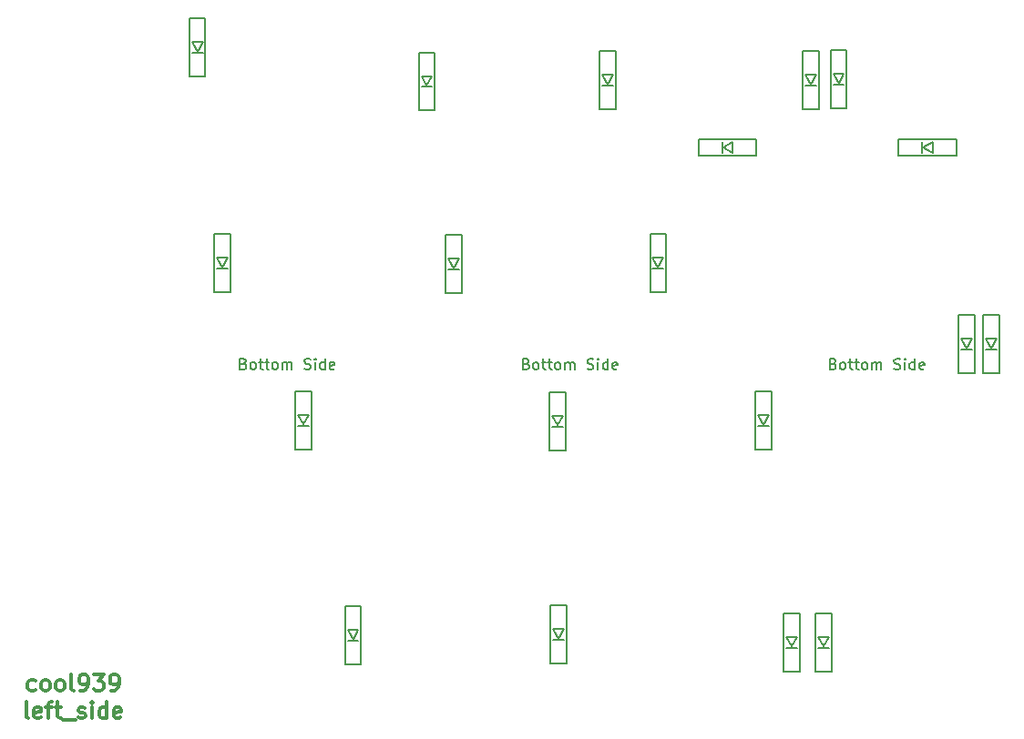
<source format=gbr>
G04 #@! TF.GenerationSoftware,KiCad,Pcbnew,(5.1.6-0-10_14)*
G04 #@! TF.CreationDate,2022-05-03T20:52:28+09:00*
G04 #@! TF.ProjectId,cool939,636f6f6c-3933-4392-9e6b-696361645f70,rev?*
G04 #@! TF.SameCoordinates,Original*
G04 #@! TF.FileFunction,Legend,Top*
G04 #@! TF.FilePolarity,Positive*
%FSLAX46Y46*%
G04 Gerber Fmt 4.6, Leading zero omitted, Abs format (unit mm)*
G04 Created by KiCad (PCBNEW (5.1.6-0-10_14)) date 2022-05-03 20:52:28*
%MOMM*%
%LPD*%
G01*
G04 APERTURE LIST*
%ADD10C,0.300000*%
%ADD11C,0.150000*%
G04 APERTURE END LIST*
D10*
X21814285Y-61122142D02*
X21671428Y-61193571D01*
X21385714Y-61193571D01*
X21242857Y-61122142D01*
X21171428Y-61050714D01*
X21100000Y-60907857D01*
X21100000Y-60479285D01*
X21171428Y-60336428D01*
X21242857Y-60265000D01*
X21385714Y-60193571D01*
X21671428Y-60193571D01*
X21814285Y-60265000D01*
X22671428Y-61193571D02*
X22528571Y-61122142D01*
X22457142Y-61050714D01*
X22385714Y-60907857D01*
X22385714Y-60479285D01*
X22457142Y-60336428D01*
X22528571Y-60265000D01*
X22671428Y-60193571D01*
X22885714Y-60193571D01*
X23028571Y-60265000D01*
X23100000Y-60336428D01*
X23171428Y-60479285D01*
X23171428Y-60907857D01*
X23100000Y-61050714D01*
X23028571Y-61122142D01*
X22885714Y-61193571D01*
X22671428Y-61193571D01*
X24028571Y-61193571D02*
X23885714Y-61122142D01*
X23814285Y-61050714D01*
X23742857Y-60907857D01*
X23742857Y-60479285D01*
X23814285Y-60336428D01*
X23885714Y-60265000D01*
X24028571Y-60193571D01*
X24242857Y-60193571D01*
X24385714Y-60265000D01*
X24457142Y-60336428D01*
X24528571Y-60479285D01*
X24528571Y-60907857D01*
X24457142Y-61050714D01*
X24385714Y-61122142D01*
X24242857Y-61193571D01*
X24028571Y-61193571D01*
X25385714Y-61193571D02*
X25242857Y-61122142D01*
X25171428Y-60979285D01*
X25171428Y-59693571D01*
X26028571Y-61193571D02*
X26314285Y-61193571D01*
X26457142Y-61122142D01*
X26528571Y-61050714D01*
X26671428Y-60836428D01*
X26742857Y-60550714D01*
X26742857Y-59979285D01*
X26671428Y-59836428D01*
X26600000Y-59765000D01*
X26457142Y-59693571D01*
X26171428Y-59693571D01*
X26028571Y-59765000D01*
X25957142Y-59836428D01*
X25885714Y-59979285D01*
X25885714Y-60336428D01*
X25957142Y-60479285D01*
X26028571Y-60550714D01*
X26171428Y-60622142D01*
X26457142Y-60622142D01*
X26600000Y-60550714D01*
X26671428Y-60479285D01*
X26742857Y-60336428D01*
X27242857Y-59693571D02*
X28171428Y-59693571D01*
X27671428Y-60265000D01*
X27885714Y-60265000D01*
X28028571Y-60336428D01*
X28100000Y-60407857D01*
X28171428Y-60550714D01*
X28171428Y-60907857D01*
X28100000Y-61050714D01*
X28028571Y-61122142D01*
X27885714Y-61193571D01*
X27457142Y-61193571D01*
X27314285Y-61122142D01*
X27242857Y-61050714D01*
X28885714Y-61193571D02*
X29171428Y-61193571D01*
X29314285Y-61122142D01*
X29385714Y-61050714D01*
X29528571Y-60836428D01*
X29600000Y-60550714D01*
X29600000Y-59979285D01*
X29528571Y-59836428D01*
X29457142Y-59765000D01*
X29314285Y-59693571D01*
X29028571Y-59693571D01*
X28885714Y-59765000D01*
X28814285Y-59836428D01*
X28742857Y-59979285D01*
X28742857Y-60336428D01*
X28814285Y-60479285D01*
X28885714Y-60550714D01*
X29028571Y-60622142D01*
X29314285Y-60622142D01*
X29457142Y-60550714D01*
X29528571Y-60479285D01*
X29600000Y-60336428D01*
X21171428Y-63743571D02*
X21028571Y-63672142D01*
X20957142Y-63529285D01*
X20957142Y-62243571D01*
X22314285Y-63672142D02*
X22171428Y-63743571D01*
X21885714Y-63743571D01*
X21742857Y-63672142D01*
X21671428Y-63529285D01*
X21671428Y-62957857D01*
X21742857Y-62815000D01*
X21885714Y-62743571D01*
X22171428Y-62743571D01*
X22314285Y-62815000D01*
X22385714Y-62957857D01*
X22385714Y-63100714D01*
X21671428Y-63243571D01*
X22814285Y-62743571D02*
X23385714Y-62743571D01*
X23028571Y-63743571D02*
X23028571Y-62457857D01*
X23100000Y-62315000D01*
X23242857Y-62243571D01*
X23385714Y-62243571D01*
X23671428Y-62743571D02*
X24242857Y-62743571D01*
X23885714Y-62243571D02*
X23885714Y-63529285D01*
X23957142Y-63672142D01*
X24100000Y-63743571D01*
X24242857Y-63743571D01*
X24385714Y-63886428D02*
X25528571Y-63886428D01*
X25814285Y-63672142D02*
X25957142Y-63743571D01*
X26242857Y-63743571D01*
X26385714Y-63672142D01*
X26457142Y-63529285D01*
X26457142Y-63457857D01*
X26385714Y-63315000D01*
X26242857Y-63243571D01*
X26028571Y-63243571D01*
X25885714Y-63172142D01*
X25814285Y-63029285D01*
X25814285Y-62957857D01*
X25885714Y-62815000D01*
X26028571Y-62743571D01*
X26242857Y-62743571D01*
X26385714Y-62815000D01*
X27100000Y-63743571D02*
X27100000Y-62743571D01*
X27100000Y-62243571D02*
X27028571Y-62315000D01*
X27100000Y-62386428D01*
X27171428Y-62315000D01*
X27100000Y-62243571D01*
X27100000Y-62386428D01*
X28457142Y-63743571D02*
X28457142Y-62243571D01*
X28457142Y-63672142D02*
X28314285Y-63743571D01*
X28028571Y-63743571D01*
X27885714Y-63672142D01*
X27814285Y-63600714D01*
X27742857Y-63457857D01*
X27742857Y-63029285D01*
X27814285Y-62886428D01*
X27885714Y-62815000D01*
X28028571Y-62743571D01*
X28314285Y-62743571D01*
X28457142Y-62815000D01*
X29742857Y-63672142D02*
X29600000Y-63743571D01*
X29314285Y-63743571D01*
X29171428Y-63672142D01*
X29100000Y-63529285D01*
X29100000Y-62957857D01*
X29171428Y-62815000D01*
X29314285Y-62743571D01*
X29600000Y-62743571D01*
X29742857Y-62815000D01*
X29814285Y-62957857D01*
X29814285Y-63100714D01*
X29100000Y-63243571D01*
D11*
X80450000Y-18720000D02*
X78950000Y-18720000D01*
X80450000Y-24120000D02*
X80450000Y-18720000D01*
X78950000Y-24120000D02*
X80450000Y-24120000D01*
X78950000Y-18720000D02*
X78950000Y-24120000D01*
X79200000Y-21920000D02*
X80200000Y-21920000D01*
X80200000Y-20920000D02*
X79700000Y-21820000D01*
X79200000Y-20920000D02*
X80200000Y-20920000D01*
X79700000Y-21820000D02*
X79200000Y-20920000D01*
X39970000Y-18690000D02*
X38470000Y-18690000D01*
X39970000Y-24090000D02*
X39970000Y-18690000D01*
X38470000Y-24090000D02*
X39970000Y-24090000D01*
X38470000Y-18690000D02*
X38470000Y-24090000D01*
X38720000Y-21890000D02*
X39720000Y-21890000D01*
X39720000Y-20890000D02*
X39220000Y-21790000D01*
X38720000Y-20890000D02*
X39720000Y-20890000D01*
X39220000Y-21790000D02*
X38720000Y-20890000D01*
X47480000Y-33310000D02*
X45980000Y-33310000D01*
X47480000Y-38710000D02*
X47480000Y-33310000D01*
X45980000Y-38710000D02*
X47480000Y-38710000D01*
X45980000Y-33310000D02*
X45980000Y-38710000D01*
X46230000Y-36510000D02*
X47230000Y-36510000D01*
X47230000Y-35510000D02*
X46730000Y-36410000D01*
X46230000Y-35510000D02*
X47230000Y-35510000D01*
X46730000Y-36410000D02*
X46230000Y-35510000D01*
X37630000Y1360000D02*
X36130000Y1360000D01*
X37630000Y-4040000D02*
X37630000Y1360000D01*
X36130000Y-4040000D02*
X37630000Y-4040000D01*
X36130000Y1360000D02*
X36130000Y-4040000D01*
X36380000Y-1840000D02*
X37380000Y-1840000D01*
X37380000Y-840000D02*
X36880000Y-1740000D01*
X36380000Y-840000D02*
X37380000Y-840000D01*
X36880000Y-1740000D02*
X36380000Y-840000D01*
X71210000Y-53240000D02*
X69710000Y-53240000D01*
X71210000Y-58640000D02*
X71210000Y-53240000D01*
X69710000Y-58640000D02*
X71210000Y-58640000D01*
X69710000Y-53240000D02*
X69710000Y-58640000D01*
X69960000Y-56440000D02*
X70960000Y-56440000D01*
X70960000Y-55440000D02*
X70460000Y-56340000D01*
X69960000Y-55440000D02*
X70960000Y-55440000D01*
X70460000Y-56340000D02*
X69960000Y-55440000D01*
X52100000Y-53310000D02*
X50600000Y-53310000D01*
X52100000Y-58710000D02*
X52100000Y-53310000D01*
X50600000Y-58710000D02*
X52100000Y-58710000D01*
X50600000Y-53310000D02*
X50600000Y-58710000D01*
X50850000Y-56510000D02*
X51850000Y-56510000D01*
X51850000Y-55510000D02*
X51350000Y-56410000D01*
X50850000Y-55510000D02*
X51850000Y-55510000D01*
X51350000Y-56410000D02*
X50850000Y-55510000D01*
X90230000Y-33340000D02*
X88730000Y-33340000D01*
X90230000Y-38740000D02*
X90230000Y-33340000D01*
X88730000Y-38740000D02*
X90230000Y-38740000D01*
X88730000Y-33340000D02*
X88730000Y-38740000D01*
X88980000Y-36540000D02*
X89980000Y-36540000D01*
X89980000Y-35540000D02*
X89480000Y-36440000D01*
X88980000Y-35540000D02*
X89980000Y-35540000D01*
X89480000Y-36440000D02*
X88980000Y-35540000D01*
X109120000Y-26260000D02*
X107620000Y-26260000D01*
X109120000Y-31660000D02*
X109120000Y-26260000D01*
X107620000Y-31660000D02*
X109120000Y-31660000D01*
X107620000Y-26260000D02*
X107620000Y-31660000D01*
X107870000Y-29460000D02*
X108870000Y-29460000D01*
X108870000Y-28460000D02*
X108370000Y-29360000D01*
X107870000Y-28460000D02*
X108870000Y-28460000D01*
X108370000Y-29360000D02*
X107870000Y-28460000D01*
X75790000Y-1670000D02*
X74290000Y-1670000D01*
X75790000Y-7070000D02*
X75790000Y-1670000D01*
X74290000Y-7070000D02*
X75790000Y-7070000D01*
X74290000Y-1670000D02*
X74290000Y-7070000D01*
X74540000Y-4870000D02*
X75540000Y-4870000D01*
X75540000Y-3870000D02*
X75040000Y-4770000D01*
X74540000Y-3870000D02*
X75540000Y-3870000D01*
X75040000Y-4770000D02*
X74540000Y-3870000D01*
X58950000Y-1810000D02*
X57450000Y-1810000D01*
X58950000Y-7210000D02*
X58950000Y-1810000D01*
X57450000Y-7210000D02*
X58950000Y-7210000D01*
X57450000Y-1810000D02*
X57450000Y-7210000D01*
X57700000Y-5010000D02*
X58700000Y-5010000D01*
X58700000Y-4010000D02*
X58200000Y-4910000D01*
X57700000Y-4010000D02*
X58700000Y-4010000D01*
X58200000Y-4910000D02*
X57700000Y-4010000D01*
X97230000Y-1610000D02*
X95730000Y-1610000D01*
X97230000Y-7010000D02*
X97230000Y-1610000D01*
X95730000Y-7010000D02*
X97230000Y-7010000D01*
X95730000Y-1610000D02*
X95730000Y-7010000D01*
X95980000Y-4810000D02*
X96980000Y-4810000D01*
X96980000Y-3810000D02*
X96480000Y-4710000D01*
X95980000Y-3810000D02*
X96980000Y-3810000D01*
X96480000Y-4710000D02*
X95980000Y-3810000D01*
X94650000Y-1700000D02*
X93150000Y-1700000D01*
X94650000Y-7100000D02*
X94650000Y-1700000D01*
X93150000Y-7100000D02*
X94650000Y-7100000D01*
X93150000Y-1700000D02*
X93150000Y-7100000D01*
X93400000Y-4900000D02*
X94400000Y-4900000D01*
X94400000Y-3900000D02*
X93900000Y-4800000D01*
X93400000Y-3900000D02*
X94400000Y-3900000D01*
X93900000Y-4800000D02*
X93400000Y-3900000D01*
X88850000Y-11370000D02*
X88850000Y-9870000D01*
X83450000Y-11370000D02*
X88850000Y-11370000D01*
X83450000Y-9870000D02*
X83450000Y-11370000D01*
X88850000Y-9870000D02*
X83450000Y-9870000D01*
X85650000Y-10120000D02*
X85650000Y-11120000D01*
X86650000Y-11120000D02*
X85750000Y-10620000D01*
X86650000Y-10120000D02*
X86650000Y-11120000D01*
X85750000Y-10620000D02*
X86650000Y-10120000D01*
X104340000Y-10620000D02*
X105240000Y-10120000D01*
X105240000Y-10120000D02*
X105240000Y-11120000D01*
X105240000Y-11120000D02*
X104340000Y-10620000D01*
X104240000Y-10120000D02*
X104240000Y-11120000D01*
X107440000Y-9870000D02*
X102040000Y-9870000D01*
X102040000Y-9870000D02*
X102040000Y-11370000D01*
X102040000Y-11370000D02*
X107440000Y-11370000D01*
X107440000Y-11370000D02*
X107440000Y-9870000D01*
X71110000Y-33400000D02*
X69610000Y-33400000D01*
X71110000Y-38800000D02*
X71110000Y-33400000D01*
X69610000Y-38800000D02*
X71110000Y-38800000D01*
X69610000Y-33400000D02*
X69610000Y-38800000D01*
X69860000Y-36600000D02*
X70860000Y-36600000D01*
X70860000Y-35600000D02*
X70360000Y-36500000D01*
X69860000Y-35600000D02*
X70860000Y-35600000D01*
X70360000Y-36500000D02*
X69860000Y-35600000D01*
X95850000Y-53980000D02*
X94350000Y-53980000D01*
X95850000Y-59380000D02*
X95850000Y-53980000D01*
X94350000Y-59380000D02*
X95850000Y-59380000D01*
X94350000Y-53980000D02*
X94350000Y-59380000D01*
X94600000Y-57180000D02*
X95600000Y-57180000D01*
X95600000Y-56180000D02*
X95100000Y-57080000D01*
X94600000Y-56180000D02*
X95600000Y-56180000D01*
X95100000Y-57080000D02*
X94600000Y-56180000D01*
X92840000Y-53980000D02*
X91340000Y-53980000D01*
X92840000Y-59380000D02*
X92840000Y-53980000D01*
X91340000Y-59380000D02*
X92840000Y-59380000D01*
X91340000Y-53980000D02*
X91340000Y-59380000D01*
X91590000Y-57180000D02*
X92590000Y-57180000D01*
X92590000Y-56180000D02*
X92090000Y-57080000D01*
X91590000Y-56180000D02*
X92590000Y-56180000D01*
X92090000Y-57080000D02*
X91590000Y-56180000D01*
X110630000Y-29360000D02*
X110130000Y-28460000D01*
X110130000Y-28460000D02*
X111130000Y-28460000D01*
X111130000Y-28460000D02*
X110630000Y-29360000D01*
X110130000Y-29460000D02*
X111130000Y-29460000D01*
X109880000Y-26260000D02*
X109880000Y-31660000D01*
X109880000Y-31660000D02*
X111380000Y-31660000D01*
X111380000Y-31660000D02*
X111380000Y-26260000D01*
X111380000Y-26260000D02*
X109880000Y-26260000D01*
X61440000Y-18770000D02*
X59940000Y-18770000D01*
X61440000Y-24170000D02*
X61440000Y-18770000D01*
X59940000Y-24170000D02*
X61440000Y-24170000D01*
X59940000Y-18770000D02*
X59940000Y-24170000D01*
X60190000Y-21970000D02*
X61190000Y-21970000D01*
X61190000Y-20970000D02*
X60690000Y-21870000D01*
X60190000Y-20970000D02*
X61190000Y-20970000D01*
X60690000Y-21870000D02*
X60190000Y-20970000D01*
X95972380Y-30768571D02*
X96115238Y-30816190D01*
X96162857Y-30863809D01*
X96210476Y-30959047D01*
X96210476Y-31101904D01*
X96162857Y-31197142D01*
X96115238Y-31244761D01*
X96020000Y-31292380D01*
X95639047Y-31292380D01*
X95639047Y-30292380D01*
X95972380Y-30292380D01*
X96067619Y-30340000D01*
X96115238Y-30387619D01*
X96162857Y-30482857D01*
X96162857Y-30578095D01*
X96115238Y-30673333D01*
X96067619Y-30720952D01*
X95972380Y-30768571D01*
X95639047Y-30768571D01*
X96781904Y-31292380D02*
X96686666Y-31244761D01*
X96639047Y-31197142D01*
X96591428Y-31101904D01*
X96591428Y-30816190D01*
X96639047Y-30720952D01*
X96686666Y-30673333D01*
X96781904Y-30625714D01*
X96924761Y-30625714D01*
X97020000Y-30673333D01*
X97067619Y-30720952D01*
X97115238Y-30816190D01*
X97115238Y-31101904D01*
X97067619Y-31197142D01*
X97020000Y-31244761D01*
X96924761Y-31292380D01*
X96781904Y-31292380D01*
X97400952Y-30625714D02*
X97781904Y-30625714D01*
X97543809Y-30292380D02*
X97543809Y-31149523D01*
X97591428Y-31244761D01*
X97686666Y-31292380D01*
X97781904Y-31292380D01*
X97972380Y-30625714D02*
X98353333Y-30625714D01*
X98115238Y-30292380D02*
X98115238Y-31149523D01*
X98162857Y-31244761D01*
X98258095Y-31292380D01*
X98353333Y-31292380D01*
X98829523Y-31292380D02*
X98734285Y-31244761D01*
X98686666Y-31197142D01*
X98639047Y-31101904D01*
X98639047Y-30816190D01*
X98686666Y-30720952D01*
X98734285Y-30673333D01*
X98829523Y-30625714D01*
X98972380Y-30625714D01*
X99067619Y-30673333D01*
X99115238Y-30720952D01*
X99162857Y-30816190D01*
X99162857Y-31101904D01*
X99115238Y-31197142D01*
X99067619Y-31244761D01*
X98972380Y-31292380D01*
X98829523Y-31292380D01*
X99591428Y-31292380D02*
X99591428Y-30625714D01*
X99591428Y-30720952D02*
X99639047Y-30673333D01*
X99734285Y-30625714D01*
X99877142Y-30625714D01*
X99972380Y-30673333D01*
X100020000Y-30768571D01*
X100020000Y-31292380D01*
X100020000Y-30768571D02*
X100067619Y-30673333D01*
X100162857Y-30625714D01*
X100305714Y-30625714D01*
X100400952Y-30673333D01*
X100448571Y-30768571D01*
X100448571Y-31292380D01*
X101639047Y-31244761D02*
X101781904Y-31292380D01*
X102020000Y-31292380D01*
X102115238Y-31244761D01*
X102162857Y-31197142D01*
X102210476Y-31101904D01*
X102210476Y-31006666D01*
X102162857Y-30911428D01*
X102115238Y-30863809D01*
X102020000Y-30816190D01*
X101829523Y-30768571D01*
X101734285Y-30720952D01*
X101686666Y-30673333D01*
X101639047Y-30578095D01*
X101639047Y-30482857D01*
X101686666Y-30387619D01*
X101734285Y-30340000D01*
X101829523Y-30292380D01*
X102067619Y-30292380D01*
X102210476Y-30340000D01*
X102639047Y-31292380D02*
X102639047Y-30625714D01*
X102639047Y-30292380D02*
X102591428Y-30340000D01*
X102639047Y-30387619D01*
X102686666Y-30340000D01*
X102639047Y-30292380D01*
X102639047Y-30387619D01*
X103543809Y-31292380D02*
X103543809Y-30292380D01*
X103543809Y-31244761D02*
X103448571Y-31292380D01*
X103258095Y-31292380D01*
X103162857Y-31244761D01*
X103115238Y-31197142D01*
X103067619Y-31101904D01*
X103067619Y-30816190D01*
X103115238Y-30720952D01*
X103162857Y-30673333D01*
X103258095Y-30625714D01*
X103448571Y-30625714D01*
X103543809Y-30673333D01*
X104400952Y-31244761D02*
X104305714Y-31292380D01*
X104115238Y-31292380D01*
X104020000Y-31244761D01*
X103972380Y-31149523D01*
X103972380Y-30768571D01*
X104020000Y-30673333D01*
X104115238Y-30625714D01*
X104305714Y-30625714D01*
X104400952Y-30673333D01*
X104448571Y-30768571D01*
X104448571Y-30863809D01*
X103972380Y-30959047D01*
X41172380Y-30758571D02*
X41315238Y-30806190D01*
X41362857Y-30853809D01*
X41410476Y-30949047D01*
X41410476Y-31091904D01*
X41362857Y-31187142D01*
X41315238Y-31234761D01*
X41220000Y-31282380D01*
X40839047Y-31282380D01*
X40839047Y-30282380D01*
X41172380Y-30282380D01*
X41267619Y-30330000D01*
X41315238Y-30377619D01*
X41362857Y-30472857D01*
X41362857Y-30568095D01*
X41315238Y-30663333D01*
X41267619Y-30710952D01*
X41172380Y-30758571D01*
X40839047Y-30758571D01*
X41981904Y-31282380D02*
X41886666Y-31234761D01*
X41839047Y-31187142D01*
X41791428Y-31091904D01*
X41791428Y-30806190D01*
X41839047Y-30710952D01*
X41886666Y-30663333D01*
X41981904Y-30615714D01*
X42124761Y-30615714D01*
X42220000Y-30663333D01*
X42267619Y-30710952D01*
X42315238Y-30806190D01*
X42315238Y-31091904D01*
X42267619Y-31187142D01*
X42220000Y-31234761D01*
X42124761Y-31282380D01*
X41981904Y-31282380D01*
X42600952Y-30615714D02*
X42981904Y-30615714D01*
X42743809Y-30282380D02*
X42743809Y-31139523D01*
X42791428Y-31234761D01*
X42886666Y-31282380D01*
X42981904Y-31282380D01*
X43172380Y-30615714D02*
X43553333Y-30615714D01*
X43315238Y-30282380D02*
X43315238Y-31139523D01*
X43362857Y-31234761D01*
X43458095Y-31282380D01*
X43553333Y-31282380D01*
X44029523Y-31282380D02*
X43934285Y-31234761D01*
X43886666Y-31187142D01*
X43839047Y-31091904D01*
X43839047Y-30806190D01*
X43886666Y-30710952D01*
X43934285Y-30663333D01*
X44029523Y-30615714D01*
X44172380Y-30615714D01*
X44267619Y-30663333D01*
X44315238Y-30710952D01*
X44362857Y-30806190D01*
X44362857Y-31091904D01*
X44315238Y-31187142D01*
X44267619Y-31234761D01*
X44172380Y-31282380D01*
X44029523Y-31282380D01*
X44791428Y-31282380D02*
X44791428Y-30615714D01*
X44791428Y-30710952D02*
X44839047Y-30663333D01*
X44934285Y-30615714D01*
X45077142Y-30615714D01*
X45172380Y-30663333D01*
X45220000Y-30758571D01*
X45220000Y-31282380D01*
X45220000Y-30758571D02*
X45267619Y-30663333D01*
X45362857Y-30615714D01*
X45505714Y-30615714D01*
X45600952Y-30663333D01*
X45648571Y-30758571D01*
X45648571Y-31282380D01*
X46839047Y-31234761D02*
X46981904Y-31282380D01*
X47220000Y-31282380D01*
X47315238Y-31234761D01*
X47362857Y-31187142D01*
X47410476Y-31091904D01*
X47410476Y-30996666D01*
X47362857Y-30901428D01*
X47315238Y-30853809D01*
X47220000Y-30806190D01*
X47029523Y-30758571D01*
X46934285Y-30710952D01*
X46886666Y-30663333D01*
X46839047Y-30568095D01*
X46839047Y-30472857D01*
X46886666Y-30377619D01*
X46934285Y-30330000D01*
X47029523Y-30282380D01*
X47267619Y-30282380D01*
X47410476Y-30330000D01*
X47839047Y-31282380D02*
X47839047Y-30615714D01*
X47839047Y-30282380D02*
X47791428Y-30330000D01*
X47839047Y-30377619D01*
X47886666Y-30330000D01*
X47839047Y-30282380D01*
X47839047Y-30377619D01*
X48743809Y-31282380D02*
X48743809Y-30282380D01*
X48743809Y-31234761D02*
X48648571Y-31282380D01*
X48458095Y-31282380D01*
X48362857Y-31234761D01*
X48315238Y-31187142D01*
X48267619Y-31091904D01*
X48267619Y-30806190D01*
X48315238Y-30710952D01*
X48362857Y-30663333D01*
X48458095Y-30615714D01*
X48648571Y-30615714D01*
X48743809Y-30663333D01*
X49600952Y-31234761D02*
X49505714Y-31282380D01*
X49315238Y-31282380D01*
X49220000Y-31234761D01*
X49172380Y-31139523D01*
X49172380Y-30758571D01*
X49220000Y-30663333D01*
X49315238Y-30615714D01*
X49505714Y-30615714D01*
X49600952Y-30663333D01*
X49648571Y-30758571D01*
X49648571Y-30853809D01*
X49172380Y-30949047D01*
X67452380Y-30778571D02*
X67595238Y-30826190D01*
X67642857Y-30873809D01*
X67690476Y-30969047D01*
X67690476Y-31111904D01*
X67642857Y-31207142D01*
X67595238Y-31254761D01*
X67500000Y-31302380D01*
X67119047Y-31302380D01*
X67119047Y-30302380D01*
X67452380Y-30302380D01*
X67547619Y-30350000D01*
X67595238Y-30397619D01*
X67642857Y-30492857D01*
X67642857Y-30588095D01*
X67595238Y-30683333D01*
X67547619Y-30730952D01*
X67452380Y-30778571D01*
X67119047Y-30778571D01*
X68261904Y-31302380D02*
X68166666Y-31254761D01*
X68119047Y-31207142D01*
X68071428Y-31111904D01*
X68071428Y-30826190D01*
X68119047Y-30730952D01*
X68166666Y-30683333D01*
X68261904Y-30635714D01*
X68404761Y-30635714D01*
X68500000Y-30683333D01*
X68547619Y-30730952D01*
X68595238Y-30826190D01*
X68595238Y-31111904D01*
X68547619Y-31207142D01*
X68500000Y-31254761D01*
X68404761Y-31302380D01*
X68261904Y-31302380D01*
X68880952Y-30635714D02*
X69261904Y-30635714D01*
X69023809Y-30302380D02*
X69023809Y-31159523D01*
X69071428Y-31254761D01*
X69166666Y-31302380D01*
X69261904Y-31302380D01*
X69452380Y-30635714D02*
X69833333Y-30635714D01*
X69595238Y-30302380D02*
X69595238Y-31159523D01*
X69642857Y-31254761D01*
X69738095Y-31302380D01*
X69833333Y-31302380D01*
X70309523Y-31302380D02*
X70214285Y-31254761D01*
X70166666Y-31207142D01*
X70119047Y-31111904D01*
X70119047Y-30826190D01*
X70166666Y-30730952D01*
X70214285Y-30683333D01*
X70309523Y-30635714D01*
X70452380Y-30635714D01*
X70547619Y-30683333D01*
X70595238Y-30730952D01*
X70642857Y-30826190D01*
X70642857Y-31111904D01*
X70595238Y-31207142D01*
X70547619Y-31254761D01*
X70452380Y-31302380D01*
X70309523Y-31302380D01*
X71071428Y-31302380D02*
X71071428Y-30635714D01*
X71071428Y-30730952D02*
X71119047Y-30683333D01*
X71214285Y-30635714D01*
X71357142Y-30635714D01*
X71452380Y-30683333D01*
X71500000Y-30778571D01*
X71500000Y-31302380D01*
X71500000Y-30778571D02*
X71547619Y-30683333D01*
X71642857Y-30635714D01*
X71785714Y-30635714D01*
X71880952Y-30683333D01*
X71928571Y-30778571D01*
X71928571Y-31302380D01*
X73119047Y-31254761D02*
X73261904Y-31302380D01*
X73500000Y-31302380D01*
X73595238Y-31254761D01*
X73642857Y-31207142D01*
X73690476Y-31111904D01*
X73690476Y-31016666D01*
X73642857Y-30921428D01*
X73595238Y-30873809D01*
X73500000Y-30826190D01*
X73309523Y-30778571D01*
X73214285Y-30730952D01*
X73166666Y-30683333D01*
X73119047Y-30588095D01*
X73119047Y-30492857D01*
X73166666Y-30397619D01*
X73214285Y-30350000D01*
X73309523Y-30302380D01*
X73547619Y-30302380D01*
X73690476Y-30350000D01*
X74119047Y-31302380D02*
X74119047Y-30635714D01*
X74119047Y-30302380D02*
X74071428Y-30350000D01*
X74119047Y-30397619D01*
X74166666Y-30350000D01*
X74119047Y-30302380D01*
X74119047Y-30397619D01*
X75023809Y-31302380D02*
X75023809Y-30302380D01*
X75023809Y-31254761D02*
X74928571Y-31302380D01*
X74738095Y-31302380D01*
X74642857Y-31254761D01*
X74595238Y-31207142D01*
X74547619Y-31111904D01*
X74547619Y-30826190D01*
X74595238Y-30730952D01*
X74642857Y-30683333D01*
X74738095Y-30635714D01*
X74928571Y-30635714D01*
X75023809Y-30683333D01*
X75880952Y-31254761D02*
X75785714Y-31302380D01*
X75595238Y-31302380D01*
X75500000Y-31254761D01*
X75452380Y-31159523D01*
X75452380Y-30778571D01*
X75500000Y-30683333D01*
X75595238Y-30635714D01*
X75785714Y-30635714D01*
X75880952Y-30683333D01*
X75928571Y-30778571D01*
X75928571Y-30873809D01*
X75452380Y-30969047D01*
M02*

</source>
